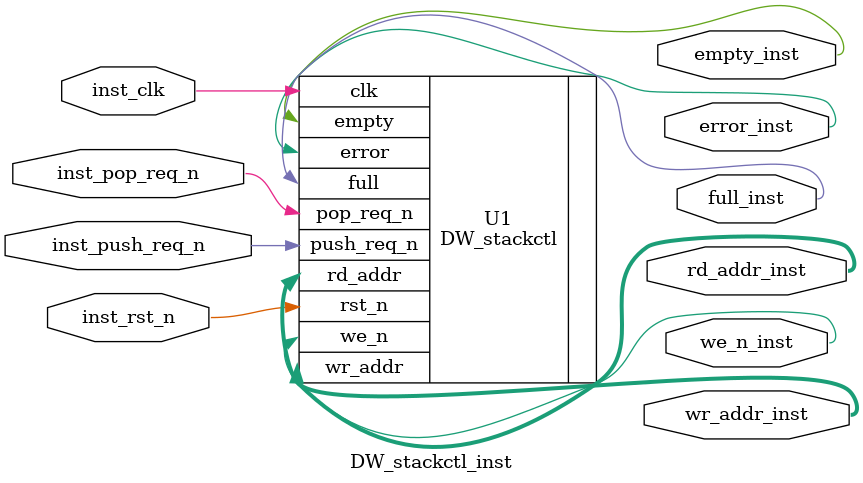
<source format=v>
module DW_stackctl_inst(inst_clk, inst_rst_n, inst_push_req_n,
                        inst_pop_req_n, we_n_inst, empty_inst, full_inst,
                        error_inst, wr_addr_inst, rd_addr_inst );

  parameter depth = 8;
  parameter err_mode = 0;
  parameter rst_mode = 0;
  `define bit_width_depth 3 // ceil(log2(depth))  

  input inst_clk;
  input inst_rst_n;
  input inst_push_req_n;
  input inst_pop_req_n;
  output we_n_inst;
  output empty_inst;
  output full_inst;
  output error_inst;
  output [`bit_width_depth-1 : 0] wr_addr_inst;
  output [`bit_width_depth-1 : 0] rd_addr_inst;

  // Instance of DW_stackctl
  DW_stackctl #(depth, err_mode, rst_mode)
    U1 (.clk(inst_clk),   .rst_n(inst_rst_n),   .push_req_n(inst_push_req_n),
        .pop_req_n(inst_pop_req_n),   .we_n(we_n_inst),   .empty(empty_inst),
        .full(full_inst),   .error(error_inst),   .wr_addr(wr_addr_inst),
        .rd_addr(rd_addr_inst) );
endmodule


</source>
